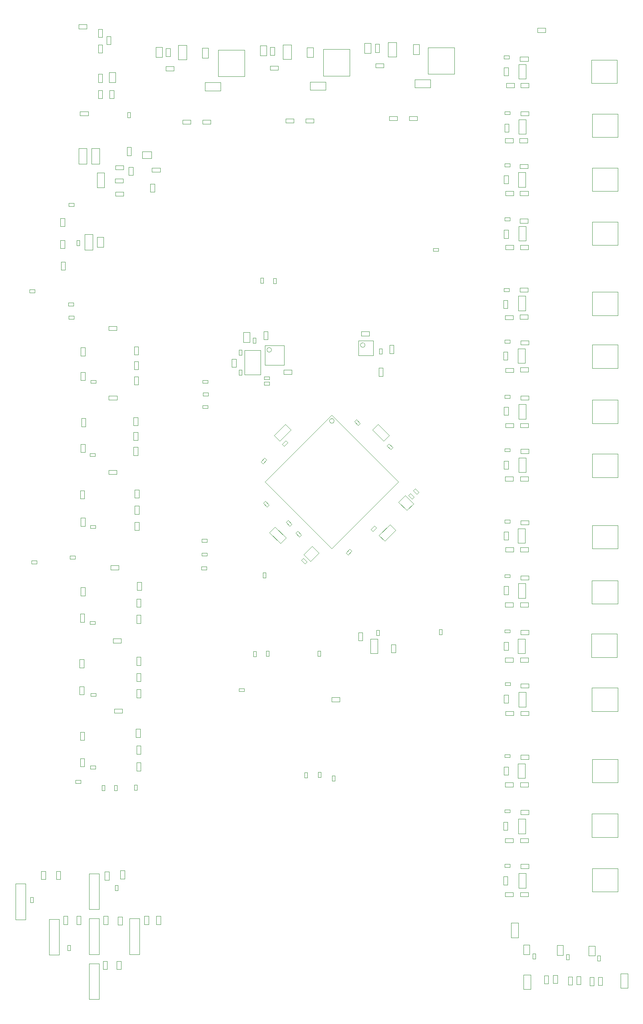
<source format=gbr>
%TF.GenerationSoftware,Altium Limited,Altium Designer,19.1.5 (86)*%
G04 Layer_Color=8388736*
%FSLAX26Y26*%
%MOIN*%
%TF.FileFunction,Other,Top_Assembly*%
%TF.Part,Single*%
G01*
G75*
%TA.AperFunction,NonConductor*%
%ADD98C,0.003937*%
D98*
X4109095Y6200591D02*
G03*
X4109095Y6200591I-19685J0D01*
G01*
X3329213Y6160433D02*
G03*
X3329213Y6160433I-19685J0D01*
G01*
X3851682Y5567912D02*
G03*
X3851682Y5567912I-19685J0D01*
G01*
X3402271Y4545403D02*
X3449597Y4592729D01*
X3310403Y4637271D02*
X3357729Y4684597D01*
X3310403Y4637271D02*
X3402271Y4545403D01*
X3357729Y4684597D02*
X3449597Y4592729D01*
X3350403Y5447729D02*
X3397729Y5400403D01*
X3442271Y5539597D02*
X3489597Y5492271D01*
X3350403Y5447729D02*
X3442271Y5539597D01*
X3397729Y5400403D02*
X3489597Y5492271D01*
X3241337Y5228040D02*
X3271960Y5258663D01*
X3258040Y5211337D02*
X3288663Y5241960D01*
X3241337Y5228040D02*
X3258040Y5211337D01*
X3271960Y5258663D02*
X3288663Y5241960D01*
X4038040Y5578663D02*
X4068663Y5548040D01*
X4021337Y5561960D02*
X4051960Y5531337D01*
X4021337Y5561960D02*
X4038040Y5578663D01*
X4051960Y5531337D02*
X4068663Y5548040D01*
X4225403Y4612729D02*
X4272729Y4565403D01*
X4317271Y4704597D02*
X4364597Y4657271D01*
X4225403Y4612729D02*
X4317271Y4704597D01*
X4272729Y4565403D02*
X4364597Y4657271D01*
X4387311Y4891706D02*
X4442989Y4947383D01*
X4456908Y4822109D02*
X4512586Y4877786D01*
X4442989Y4947383D02*
X4512586Y4877786D01*
X4387311Y4891706D02*
X4456908Y4822109D01*
X3653040Y4395971D02*
X3724029Y4466960D01*
X3595971Y4453040D02*
X3666960Y4524029D01*
X3724029Y4466960D01*
X3595971Y4453040D02*
X3653040Y4395971D01*
X3104055Y6156378D02*
X3235945D01*
X3104055Y5953622D02*
X3235945D01*
Y6156378D01*
X3104055Y5953622D02*
Y6156378D01*
X2619449Y8579961D02*
Y8700039D01*
X2550551Y8579961D02*
Y8700039D01*
Y8579961D02*
X2619449D01*
X2550551Y8700039D02*
X2619449D01*
X3494449Y8584961D02*
Y8705039D01*
X3425551Y8584961D02*
Y8705039D01*
Y8584961D02*
X3494449D01*
X3425551Y8705039D02*
X3494449D01*
X4369921Y8604961D02*
Y8725039D01*
X4301024Y8604961D02*
Y8725039D01*
Y8604961D02*
X4369921D01*
X4301024Y8725039D02*
X4369921D01*
X4053976Y6113976D02*
Y6236024D01*
X4176024Y6113976D02*
Y6236024D01*
X4053976D02*
X4176024D01*
X4053976Y6113976D02*
X4176024D01*
X3274095Y6034449D02*
Y6195866D01*
X3435512Y6034449D02*
Y6195866D01*
X3274095D02*
X3435512D01*
X3274095Y6034449D02*
X3435512D01*
X1276339Y1410394D02*
Y1709606D01*
X1193661Y1410394D02*
Y1709606D01*
X1276339D01*
X1193661Y1410394D02*
X1276339D01*
X2072717Y996535D02*
Y1063465D01*
X2037284Y996535D02*
Y1063465D01*
X2072717D01*
X2037284Y996535D02*
X2072717D01*
X2082717Y1366535D02*
Y1433465D01*
X2047284Y1366535D02*
Y1433465D01*
X2082717D01*
X2047284Y1366535D02*
X2082717D01*
X1737717Y1371535D02*
Y1438465D01*
X1702284Y1371535D02*
Y1438465D01*
X1737717D01*
X1702284Y1371535D02*
X1737717D01*
X2402717D02*
Y1438465D01*
X2367284Y1371535D02*
Y1438465D01*
X2402717D01*
X2367284Y1371535D02*
X2402717D01*
X2102717Y1751535D02*
Y1818465D01*
X2067284Y1751535D02*
Y1818465D01*
X2102717D01*
X2067284Y1751535D02*
X2102717D01*
X4222283Y5941535D02*
Y6008465D01*
X4257717Y5941535D02*
Y6008465D01*
X4222283Y5941535D02*
X4257717D01*
X4222283Y6008465D02*
X4257717D01*
X4362717Y3636535D02*
Y3703465D01*
X4327283Y3636535D02*
Y3703465D01*
X4362717D01*
X4327283Y3636535D02*
X4362717D01*
X4087717Y3736535D02*
Y3803465D01*
X4052284Y3736535D02*
Y3803465D01*
X4087717D01*
X4052284Y3736535D02*
X4087717D01*
X5546535Y8842717D02*
X5613465D01*
X5546535Y8807283D02*
X5613465D01*
X5546535D02*
Y8842717D01*
X5613465Y8807283D02*
Y8842717D01*
X2482717Y8606535D02*
Y8673465D01*
X2447284Y8606535D02*
Y8673465D01*
X2482717D01*
X2447284Y8606535D02*
X2482717D01*
X2364410Y8681890D02*
X2415591D01*
X2364410Y8599213D02*
X2415591D01*
Y8681890D01*
X2364410Y8599213D02*
Y8681890D01*
X3352717Y8616535D02*
Y8683465D01*
X3317284Y8616535D02*
Y8683465D01*
X3352717D01*
X3317284Y8616535D02*
X3352717D01*
X3234410Y8696339D02*
X3285591D01*
X3234410Y8613661D02*
X3285591D01*
Y8696339D01*
X3234410Y8613661D02*
Y8696339D01*
X2586535Y8042283D02*
X2653465D01*
X2586535Y8077717D02*
X2653465D01*
Y8042283D02*
Y8077717D01*
X2586535Y8042283D02*
Y8077717D01*
X3446535Y8052283D02*
X3513465D01*
X3446535Y8087717D02*
X3513465D01*
Y8052283D02*
Y8087717D01*
X3446535Y8052283D02*
Y8087717D01*
X4227717Y8641535D02*
Y8708465D01*
X4192283Y8641535D02*
Y8708465D01*
X4227717D01*
X4192283Y8641535D02*
X4227717D01*
X4104409Y8716339D02*
X4155591D01*
X4104409Y8633661D02*
X4155591D01*
Y8716339D01*
X4104409Y8633661D02*
Y8716339D01*
X4311535Y8072283D02*
X4378465D01*
X4311535Y8107717D02*
X4378465D01*
Y8072283D02*
Y8107717D01*
X4311535Y8072283D02*
Y8107717D01*
X2172717Y7616535D02*
Y7683465D01*
X2137284Y7616535D02*
Y7683465D01*
X2172717D01*
X2137284Y7616535D02*
X2172717D01*
X2026535Y7662283D02*
X2093465D01*
X2026535Y7697717D02*
X2093465D01*
Y7662283D02*
Y7697717D01*
X2026535Y7662283D02*
Y7697717D01*
X2157717Y7781535D02*
Y7848465D01*
X2122284Y7781535D02*
Y7848465D01*
X2157717D01*
X2122284Y7781535D02*
X2157717D01*
X2352717Y7476535D02*
Y7543465D01*
X2317284Y7476535D02*
Y7543465D01*
X2352717D01*
X2317284Y7476535D02*
X2352717D01*
X2332047Y7677717D02*
X2398976D01*
X2332047Y7642283D02*
X2398976D01*
X2332047D02*
Y7677717D01*
X2398976Y7642283D02*
Y7677717D01*
X4312283Y6131535D02*
Y6198465D01*
X4347717Y6131535D02*
Y6198465D01*
X4312283Y6131535D02*
X4347717D01*
X4312283Y6198465D02*
X4347717D01*
X4076535Y6277283D02*
X4143465D01*
X4076535Y6312717D02*
X4143465D01*
Y6277283D02*
Y6312717D01*
X4076535Y6277283D02*
Y6312717D01*
X6017717Y861535D02*
Y928465D01*
X5982283Y861535D02*
Y928465D01*
X6017717D01*
X5982283Y861535D02*
X6017717D01*
X5837717Y866535D02*
Y933465D01*
X5802283Y866535D02*
Y933465D01*
X5837717D01*
X5802283Y866535D02*
X5837717D01*
X5637717Y876535D02*
Y943465D01*
X5602283Y876535D02*
Y943465D01*
X5637717D01*
X5602283Y876535D02*
X5637717D01*
X5974409Y1191339D02*
X6025591D01*
X5974409Y1108661D02*
X6025591D01*
Y1191339D01*
X5974409Y1108661D02*
Y1191339D01*
X5709409Y1196339D02*
X5760591D01*
X5709409Y1113661D02*
X5760591D01*
Y1196339D01*
X5709409Y1113661D02*
Y1196339D01*
X5429409Y1201339D02*
X5480591D01*
X5429409Y1118661D02*
X5480591D01*
Y1201339D01*
X5429409Y1118661D02*
Y1201339D01*
X1957717Y996535D02*
Y1063465D01*
X1922284Y996535D02*
Y1063465D01*
X1957717D01*
X1922284Y996535D02*
X1957717D01*
X3831535Y3262717D02*
X3898465D01*
X3831535Y3227284D02*
X3898465D01*
X3831535D02*
Y3262717D01*
X3898465Y3227284D02*
Y3262717D01*
X1962717Y1371535D02*
Y1438465D01*
X1927284Y1371535D02*
Y1438465D01*
X1962717D01*
X1927284Y1371535D02*
X1962717D01*
X1627717D02*
Y1438465D01*
X1592284Y1371535D02*
Y1438465D01*
X1627717D01*
X1592284Y1371535D02*
X1627717D01*
X2302717D02*
Y1438465D01*
X2267284Y1371535D02*
Y1438465D01*
X2302717D01*
X2267284Y1371535D02*
X2302717D01*
X1972717Y1741535D02*
Y1808465D01*
X1937284Y1741535D02*
Y1808465D01*
X1972717D01*
X1937284Y1741535D02*
X1972717D01*
X1607717Y6826024D02*
Y6892953D01*
X1572284Y6826024D02*
Y6892953D01*
X1607717D01*
X1572284Y6826024D02*
X1607717D01*
X1567283Y7191024D02*
Y7257953D01*
X1602716Y7191024D02*
Y7257953D01*
X1567283Y7191024D02*
X1602716D01*
X1567283Y7257953D02*
X1602716D01*
X1567283Y7006535D02*
Y7073465D01*
X1602716Y7006535D02*
Y7073465D01*
X1567283Y7006535D02*
X1602716D01*
X1567283Y7073465D02*
X1602716D01*
X1767717Y2686024D02*
Y2752953D01*
X1732284Y2686024D02*
Y2752953D01*
X1767717D01*
X1732284Y2686024D02*
X1767717D01*
X1762717Y3286535D02*
Y3353465D01*
X1727284Y3286535D02*
Y3353465D01*
X1762717D01*
X1727284Y3286535D02*
X1762717D01*
X2232717Y2931535D02*
Y2998465D01*
X2197284Y2931535D02*
Y2998465D01*
X2232717D01*
X2197284Y2931535D02*
X2232717D01*
X2237717Y2651535D02*
Y2718465D01*
X2202284Y2651535D02*
Y2718465D01*
X2237717D01*
X2202284Y2651535D02*
X2237717D01*
Y2791535D02*
Y2858465D01*
X2202284Y2791535D02*
Y2858465D01*
X2237717D01*
X2202284Y2791535D02*
X2237717D01*
X1767717Y2906535D02*
Y2973465D01*
X1732284Y2906535D02*
Y2973465D01*
X1767717D01*
X1732284Y2906535D02*
X1767717D01*
X2237717Y3531535D02*
Y3598465D01*
X2202284Y3531535D02*
Y3598465D01*
X2237717D01*
X2202284Y3531535D02*
X2237717D01*
Y3261535D02*
Y3328465D01*
X2202284Y3261535D02*
Y3328465D01*
X2237717D01*
X2202284Y3261535D02*
X2237717D01*
Y3396535D02*
Y3463465D01*
X2202284Y3396535D02*
Y3463465D01*
X2237717D01*
X2202284Y3396535D02*
X2237717D01*
X1762717Y3511535D02*
Y3578465D01*
X1727284Y3511535D02*
Y3578465D01*
X1762717D01*
X1727284Y3511535D02*
X1762717D01*
X2016535Y3132283D02*
X2083465D01*
X2016535Y3167716D02*
X2083465D01*
Y3132283D02*
Y3167716D01*
X2016535Y3132283D02*
Y3167716D01*
X2007047Y3717283D02*
X2073976D01*
X2007047Y3752716D02*
X2073976D01*
Y3717283D02*
Y3752716D01*
X2007047Y3717283D02*
Y3752716D01*
X1767717Y3891535D02*
Y3958465D01*
X1732284Y3891535D02*
Y3958465D01*
X1767717D01*
X1732284Y3891535D02*
X1767717D01*
X1772717Y4691535D02*
Y4758465D01*
X1737284Y4691535D02*
Y4758465D01*
X1772717D01*
X1737284Y4691535D02*
X1772717D01*
X2242717Y4156535D02*
Y4223465D01*
X2207284Y4156535D02*
Y4223465D01*
X2242717D01*
X2207284Y4156535D02*
X2242717D01*
X2237717Y3881535D02*
Y3948465D01*
X2202284Y3881535D02*
Y3948465D01*
X2237717D01*
X2202284Y3881535D02*
X2237717D01*
Y4016535D02*
Y4083465D01*
X2202284Y4016535D02*
Y4083465D01*
X2237717D01*
X2202284Y4016535D02*
X2237717D01*
X1772717Y4111535D02*
Y4178465D01*
X1737284Y4111535D02*
Y4178465D01*
X1772717D01*
X1737284Y4111535D02*
X1772717D01*
X2222717Y4926535D02*
Y4993465D01*
X2187284Y4926535D02*
Y4993465D01*
X2222717D01*
X2187284Y4926535D02*
X2222717D01*
Y4656535D02*
Y4723465D01*
X2187284Y4656535D02*
Y4723465D01*
X2222717D01*
X2187284Y4656535D02*
X2222717D01*
Y4791535D02*
Y4858465D01*
X2187284Y4791535D02*
Y4858465D01*
X2222717D01*
X2187284Y4791535D02*
X2222717D01*
X1767717Y4921024D02*
Y4987953D01*
X1732284Y4921024D02*
Y4987953D01*
X1767717D01*
X1732284Y4921024D02*
X1767717D01*
X1986024Y4327283D02*
X2052953D01*
X1986024Y4362717D02*
X2052953D01*
Y4327283D02*
Y4362717D01*
X1986024Y4327283D02*
Y4362717D01*
X1971535Y5122283D02*
X2038465D01*
X1971535Y5157717D02*
X2038465D01*
Y5122283D02*
Y5157717D01*
X1971535Y5122283D02*
Y5157717D01*
X1772717Y5306024D02*
Y5372953D01*
X1737284Y5306024D02*
Y5372953D01*
X1772717D01*
X1737284Y5306024D02*
X1772717D01*
Y5906024D02*
Y5972953D01*
X1737284Y5906024D02*
Y5972953D01*
X1772717D01*
X1737284Y5906024D02*
X1772717D01*
X2212717Y5531024D02*
Y5597953D01*
X2177284Y5531024D02*
Y5597953D01*
X2212717D01*
X2177284Y5531024D02*
X2212717D01*
Y5281535D02*
Y5348465D01*
X2177284Y5281535D02*
Y5348465D01*
X2212717D01*
X2177284Y5281535D02*
X2212717D01*
Y5406535D02*
Y5473465D01*
X2177284Y5406535D02*
Y5473465D01*
X2212717D01*
X2177284Y5406535D02*
X2212717D01*
X1777717Y5521535D02*
Y5588465D01*
X1742284Y5521535D02*
Y5588465D01*
X1777717D01*
X1742284Y5521535D02*
X1777717D01*
X2217717Y6121024D02*
Y6187953D01*
X2182284Y6121024D02*
Y6187953D01*
X2217717D01*
X2182284Y6121024D02*
X2217717D01*
Y5871024D02*
Y5937953D01*
X2182284Y5871024D02*
Y5937953D01*
X2217717D01*
X2182284Y5871024D02*
X2217717D01*
Y5996535D02*
Y6063465D01*
X2182284Y5996535D02*
Y6063465D01*
X2217717D01*
X2182284Y5996535D02*
X2217717D01*
X1772717Y6111535D02*
Y6178465D01*
X1737284Y6111535D02*
Y6178465D01*
X1772717D01*
X1737284Y6111535D02*
X1772717D01*
X1972047Y5742283D02*
X2038976D01*
X1972047Y5777717D02*
X2038976D01*
Y5742283D02*
Y5777717D01*
X1972047Y5742283D02*
Y5777717D01*
X1971535Y6322283D02*
X2038465D01*
X1971535Y6357717D02*
X2038465D01*
Y6322283D02*
Y6357717D01*
X1971535Y6322283D02*
Y6357717D01*
X1917717Y8637047D02*
Y8703976D01*
X1882284Y8637047D02*
Y8703976D01*
X1917717D01*
X1882284Y8637047D02*
X1917717D01*
Y8256535D02*
Y8323465D01*
X1882284Y8256535D02*
Y8323465D01*
X1917717D01*
X1882284Y8256535D02*
X1917717D01*
X1721535Y8872717D02*
X1788465D01*
X1721535Y8837283D02*
X1788465D01*
X1721535D02*
Y8872717D01*
X1788465Y8837283D02*
Y8872717D01*
X1732047Y8147717D02*
X1798976D01*
X1732047Y8112283D02*
X1798976D01*
X1732047D02*
Y8147717D01*
X1798976Y8112283D02*
Y8147717D01*
X1917717Y8767047D02*
Y8833976D01*
X1882284Y8767047D02*
Y8833976D01*
X1917717D01*
X1882284Y8767047D02*
X1917717D01*
Y8391535D02*
Y8458465D01*
X1882284Y8391535D02*
Y8458465D01*
X1917717D01*
X1882284Y8391535D02*
X1917717D01*
X1407283Y1746535D02*
Y1813465D01*
X1442716Y1746535D02*
Y1813465D01*
X1407283Y1746535D02*
X1442716D01*
X1407283Y1813465D02*
X1442716D01*
X1567717Y1746535D02*
Y1813465D01*
X1532284Y1746535D02*
Y1813465D01*
X1567717D01*
X1532284Y1746535D02*
X1567717D01*
X3431535Y5957283D02*
X3498465D01*
X3431535Y5992717D02*
X3498465D01*
Y5957283D02*
Y5992717D01*
X3431535Y5957283D02*
Y5992717D01*
X2997283Y6016535D02*
Y6083465D01*
X3032716Y6016535D02*
Y6083465D01*
X2997283Y6016535D02*
X3032716D01*
X2997283Y6083465D02*
X3032716D01*
X3262283Y6246535D02*
Y6313465D01*
X3297716Y6246535D02*
Y6313465D01*
X3262283Y6246535D02*
X3297716D01*
X3262283Y6313465D02*
X3297716D01*
X5297717Y1701535D02*
Y1768465D01*
X5262283Y1701535D02*
Y1768465D01*
X5297717D01*
X5262283Y1701535D02*
X5297717D01*
Y2156535D02*
Y2223465D01*
X5262283Y2156535D02*
Y2223465D01*
X5297717D01*
X5262283Y2156535D02*
X5297717D01*
X5276535Y1602283D02*
X5343465D01*
X5276535Y1637716D02*
X5343465D01*
Y1602283D02*
Y1637716D01*
X5276535Y1602283D02*
Y1637716D01*
X5277047Y2052283D02*
X5343976D01*
X5277047Y2087716D02*
X5343976D01*
Y2052283D02*
Y2087716D01*
X5277047Y2052283D02*
Y2087716D01*
X5406535Y1837283D02*
X5473465D01*
X5406535Y1872716D02*
X5473465D01*
Y1837283D02*
Y1872716D01*
X5406535Y1837283D02*
Y1872716D01*
Y2287283D02*
X5473465D01*
X5406535Y2322716D02*
X5473465D01*
Y2287283D02*
Y2322716D01*
X5406535Y2287283D02*
Y2322716D01*
X5302717Y2616535D02*
Y2683465D01*
X5267283Y2616535D02*
Y2683465D01*
X5302717D01*
X5267283Y2616535D02*
X5302717D01*
Y3216535D02*
Y3283465D01*
X5267283Y3216535D02*
Y3283465D01*
X5302717D01*
X5267283Y3216535D02*
X5302717D01*
X5276535Y2517283D02*
X5343465D01*
X5276535Y2552716D02*
X5343465D01*
Y2517283D02*
Y2552716D01*
X5276535Y2517283D02*
Y2552716D01*
X5281535Y3112283D02*
X5348465D01*
X5281535Y3147716D02*
X5348465D01*
Y3112283D02*
Y3147716D01*
X5281535Y3112283D02*
Y3147716D01*
X5406535Y2747283D02*
X5473465D01*
X5406535Y2782716D02*
X5473465D01*
Y2747283D02*
Y2782716D01*
X5406535Y2747283D02*
Y2782716D01*
Y3342283D02*
X5473465D01*
X5406535Y3377716D02*
X5473465D01*
Y3342283D02*
Y3377716D01*
X5406535Y3342283D02*
Y3377716D01*
X5302717Y3656535D02*
Y3723465D01*
X5267283Y3656535D02*
Y3723465D01*
X5302717D01*
X5267283Y3656535D02*
X5302717D01*
Y4121535D02*
Y4188465D01*
X5267283Y4121535D02*
Y4188465D01*
X5302717D01*
X5267283Y4121535D02*
X5302717D01*
X5276535Y3557283D02*
X5343465D01*
X5276535Y3592716D02*
X5343465D01*
Y3557283D02*
Y3592716D01*
X5276535Y3557283D02*
Y3592716D01*
Y4017283D02*
X5343465D01*
X5276535Y4052716D02*
X5343465D01*
Y4017283D02*
Y4052716D01*
X5276535Y4017283D02*
Y4052716D01*
X5406535Y3787283D02*
X5473465D01*
X5406535Y3822716D02*
X5473465D01*
Y3787283D02*
Y3822716D01*
X5406535Y3787283D02*
Y3822716D01*
Y4242283D02*
X5473465D01*
X5406535Y4277717D02*
X5473465D01*
Y4242283D02*
Y4277717D01*
X5406535Y4242283D02*
Y4277717D01*
X5302717Y4576535D02*
Y4643465D01*
X5267283Y4576535D02*
Y4643465D01*
X5302717D01*
X5267283Y4576535D02*
X5302717D01*
Y5166535D02*
Y5233465D01*
X5267283Y5166535D02*
Y5233465D01*
X5302717D01*
X5267283Y5166535D02*
X5302717D01*
X5281535Y4477283D02*
X5348465D01*
X5281535Y4512717D02*
X5348465D01*
Y4477283D02*
Y4512717D01*
X5281535Y4477283D02*
Y4512717D01*
X5276535Y5067283D02*
X5343465D01*
X5276535Y5102717D02*
X5343465D01*
Y5067283D02*
Y5102717D01*
X5276535Y5067283D02*
Y5102717D01*
X5406535Y4702283D02*
X5473465D01*
X5406535Y4737717D02*
X5473465D01*
Y4702283D02*
Y4737717D01*
X5406535Y4702283D02*
Y4737717D01*
Y5297283D02*
X5473465D01*
X5406535Y5332717D02*
X5473465D01*
Y5297283D02*
Y5332717D01*
X5406535Y5297283D02*
Y5332717D01*
X5302717Y5616535D02*
Y5683465D01*
X5267283Y5616535D02*
Y5683465D01*
X5302717D01*
X5267283Y5616535D02*
X5302717D01*
X5281535Y5512283D02*
X5348465D01*
X5281535Y5547717D02*
X5348465D01*
Y5512283D02*
Y5547717D01*
X5281535Y5512283D02*
Y5547717D01*
X5406535Y5742283D02*
X5473465D01*
X5406535Y5777717D02*
X5473465D01*
Y5742283D02*
Y5777717D01*
X5406535Y5742283D02*
Y5777717D01*
X5297717Y6506535D02*
Y6573465D01*
X5262283Y6506535D02*
Y6573465D01*
X5297717D01*
X5262283Y6506535D02*
X5297717D01*
Y6076535D02*
Y6143465D01*
X5262283Y6076535D02*
Y6143465D01*
X5297717D01*
X5262283Y6076535D02*
X5297717D01*
X5281535Y5972283D02*
X5348465D01*
X5281535Y6007717D02*
X5348465D01*
Y5972283D02*
Y6007717D01*
X5281535Y5972283D02*
Y6007717D01*
X5277047Y6412283D02*
X5343976D01*
X5277047Y6447717D02*
X5343976D01*
Y6412283D02*
Y6447717D01*
X5277047Y6412283D02*
Y6447717D01*
X5406535Y6202283D02*
X5473465D01*
X5406535Y6237717D02*
X5473465D01*
Y6202283D02*
Y6237717D01*
X5406535Y6202283D02*
Y6237717D01*
X5401535Y6642283D02*
X5468465D01*
X5401535Y6677717D02*
X5468465D01*
Y6642283D02*
Y6677717D01*
X5401535Y6642283D02*
Y6677717D01*
X5302717Y7546535D02*
Y7613465D01*
X5267283Y7546535D02*
Y7613465D01*
X5302717D01*
X5267283Y7546535D02*
X5302717D01*
Y7091535D02*
Y7158465D01*
X5267283Y7091535D02*
Y7158465D01*
X5302717D01*
X5267283Y7091535D02*
X5302717D01*
X5281535Y6997283D02*
X5348465D01*
X5281535Y7032717D02*
X5348465D01*
Y6997283D02*
Y7032717D01*
X5281535Y6997283D02*
Y7032717D01*
Y7447283D02*
X5348465D01*
X5281535Y7482717D02*
X5348465D01*
Y7447283D02*
Y7482717D01*
X5281535Y7447283D02*
Y7482717D01*
X5401535Y7217283D02*
X5468465D01*
X5401535Y7252717D02*
X5468465D01*
Y7217283D02*
Y7252717D01*
X5401535Y7217283D02*
Y7252717D01*
Y7672283D02*
X5468465D01*
X5401535Y7707717D02*
X5468465D01*
Y7672283D02*
Y7707717D01*
X5401535Y7672283D02*
Y7707717D01*
X5307717Y7976535D02*
Y8043465D01*
X5272283Y7976535D02*
Y8043465D01*
X5307717D01*
X5272283Y7976535D02*
X5307717D01*
X5302717Y8446535D02*
Y8513465D01*
X5267283Y8446535D02*
Y8513465D01*
X5302717D01*
X5267283Y8446535D02*
X5302717D01*
X5277047Y7887283D02*
X5343976D01*
X5277047Y7922717D02*
X5343976D01*
Y7887283D02*
Y7922717D01*
X5277047Y7887283D02*
Y7922717D01*
X5286535Y8347283D02*
X5353465D01*
X5286535Y8382717D02*
X5353465D01*
Y8347283D02*
Y8382717D01*
X5286535Y8347283D02*
Y8382717D01*
X5406535Y8112283D02*
X5473465D01*
X5406535Y8147717D02*
X5473465D01*
Y8112283D02*
Y8147717D01*
X5406535Y8112283D02*
Y8147717D01*
X5402047Y8567283D02*
X5468976D01*
X5402047Y8602717D02*
X5468976D01*
Y8567283D02*
Y8602717D01*
X5402047Y8567283D02*
Y8602717D01*
X5390472Y1673583D02*
X5449528D01*
X5390472Y1796417D02*
X5449528D01*
Y1673583D02*
Y1796417D01*
X5390472Y1673583D02*
Y1796417D01*
X5388779Y2126181D02*
X5447835D01*
X5388779Y2249016D02*
X5447835D01*
Y2126181D02*
Y2249016D01*
X5388779Y2126181D02*
Y2249016D01*
X5385472Y2588583D02*
X5444528D01*
X5385472Y2711417D02*
X5444528D01*
Y2588583D02*
Y2711417D01*
X5385472Y2588583D02*
Y2711417D01*
X5390472Y3183583D02*
X5449528D01*
X5390472Y3306417D02*
X5449528D01*
Y3183583D02*
Y3306417D01*
X5390472Y3183583D02*
Y3306417D01*
X5385472Y3628583D02*
X5444528D01*
X5385472Y3751417D02*
X5444528D01*
Y3628583D02*
Y3751417D01*
X5385472Y3628583D02*
Y3751417D01*
X5388779Y4090984D02*
X5447835D01*
X5388779Y4213819D02*
X5447835D01*
Y4090984D02*
Y4213819D01*
X5388779Y4090984D02*
Y4213819D01*
X5385472Y4548583D02*
X5444528D01*
X5385472Y4671417D02*
X5444528D01*
Y4548583D02*
Y4671417D01*
X5385472Y4548583D02*
Y4671417D01*
X5390472Y5138583D02*
X5449528D01*
X5390472Y5261417D02*
X5449528D01*
Y5138583D02*
Y5261417D01*
X5390472Y5138583D02*
Y5261417D01*
Y5583583D02*
X5449528D01*
X5390472Y5706417D02*
X5449528D01*
Y5583583D02*
Y5706417D01*
X5390472Y5583583D02*
Y5706417D01*
X5385472Y6048583D02*
X5444528D01*
X5385472Y6171417D02*
X5444528D01*
Y6048583D02*
Y6171417D01*
X5385472Y6048583D02*
Y6171417D01*
X5388779Y6485984D02*
X5447835D01*
X5388779Y6608819D02*
X5447835D01*
Y6485984D02*
Y6608819D01*
X5388779Y6485984D02*
Y6608819D01*
X5390472Y7068583D02*
X5449528D01*
X5390472Y7191417D02*
X5449528D01*
Y7068583D02*
Y7191417D01*
X5390472Y7068583D02*
Y7191417D01*
X5388779Y7515984D02*
X5447835D01*
X5388779Y7638819D02*
X5447835D01*
Y7515984D02*
Y7638819D01*
X5388779Y7515984D02*
Y7638819D01*
X5390472Y7958583D02*
X5449528D01*
X5390472Y8081417D02*
X5449528D01*
Y7958583D02*
Y8081417D01*
X5390472Y7958583D02*
Y8081417D01*
Y8418583D02*
X5449528D01*
X5390472Y8541417D02*
X5449528D01*
Y8418583D02*
Y8541417D01*
X5390472Y8418583D02*
Y8541417D01*
X1875472Y7513583D02*
X1934527D01*
X1875472Y7636417D02*
X1934527D01*
Y7513583D02*
Y7636417D01*
X1875472Y7513583D02*
Y7636417D01*
X6240472Y838583D02*
X6299528D01*
X6240472Y961417D02*
X6299528D01*
Y838583D02*
Y961417D01*
X6240472Y838583D02*
Y961417D01*
X5430472Y828583D02*
X5489528D01*
X5430472Y951417D02*
X5489528D01*
Y828583D02*
Y951417D01*
X5430472Y828583D02*
Y951417D01*
X5328779Y1261181D02*
X5387835D01*
X5328779Y1384016D02*
X5387835D01*
Y1261181D02*
Y1384016D01*
X5328779Y1261181D02*
Y1384016D01*
X4155472Y3628583D02*
X4214528D01*
X4155472Y3751417D02*
X4214528D01*
Y3628583D02*
Y3751417D01*
X4155472Y3628583D02*
Y3751417D01*
X2753504Y8042283D02*
X2820433D01*
X2753504Y8077717D02*
X2820433D01*
Y8042283D02*
Y8077717D01*
X2753504Y8042283D02*
Y8077717D01*
X3613504Y8052283D02*
X3680433D01*
X3613504Y8087717D02*
X3680433D01*
Y8052283D02*
Y8087717D01*
X3613504Y8052283D02*
Y8087717D01*
X4478504Y8072283D02*
X4545433D01*
X4478504Y8107717D02*
X4545433D01*
Y8072283D02*
Y8107717D01*
X4478504Y8072283D02*
Y8107717D01*
X2024567Y7587717D02*
X2091496D01*
X2024567Y7552283D02*
X2091496D01*
X2024567D02*
Y7587717D01*
X2091496Y7552283D02*
Y7587717D01*
X2026024Y7477717D02*
X2092953D01*
X2026024Y7442283D02*
X2092953D01*
X2026024D02*
Y7477717D01*
X2092953Y7442283D02*
Y7477717D01*
X5403504Y1602283D02*
X5470433D01*
X5403504Y1637716D02*
X5470433D01*
Y1602283D02*
Y1637716D01*
X5403504Y1602283D02*
Y1637716D01*
Y2052283D02*
X5470433D01*
X5403504Y2087716D02*
X5470433D01*
Y2052283D02*
Y2087716D01*
X5403504Y2052283D02*
Y2087716D01*
Y2517283D02*
X5470433D01*
X5403504Y2552716D02*
X5470433D01*
Y2517283D02*
Y2552716D01*
X5403504Y2517283D02*
Y2552716D01*
X5407047Y3112283D02*
X5473976D01*
X5407047Y3147716D02*
X5473976D01*
Y3112283D02*
Y3147716D01*
X5407047Y3112283D02*
Y3147716D01*
X5403504Y3557283D02*
X5470433D01*
X5403504Y3592716D02*
X5470433D01*
Y3557283D02*
Y3592716D01*
X5403504Y3557283D02*
Y3592716D01*
Y4017283D02*
X5470433D01*
X5403504Y4052716D02*
X5470433D01*
Y4017283D02*
Y4052716D01*
X5403504Y4017283D02*
Y4052716D01*
Y4477283D02*
X5470433D01*
X5403504Y4512717D02*
X5470433D01*
Y4477283D02*
Y4512717D01*
X5403504Y4477283D02*
Y4512717D01*
Y5067283D02*
X5470433D01*
X5403504Y5102717D02*
X5470433D01*
Y5067283D02*
Y5102717D01*
X5403504Y5067283D02*
Y5102717D01*
Y5512283D02*
X5470433D01*
X5403504Y5547717D02*
X5470433D01*
Y5512283D02*
Y5547717D01*
X5403504Y5512283D02*
Y5547717D01*
Y5977283D02*
X5470433D01*
X5403504Y6012717D02*
X5470433D01*
Y5977283D02*
Y6012717D01*
X5403504Y5977283D02*
Y6012717D01*
X5401024Y6417283D02*
X5467953D01*
X5401024Y6452717D02*
X5467953D01*
Y6417283D02*
Y6452717D01*
X5401024Y6417283D02*
Y6452717D01*
X5403504Y6997283D02*
X5470433D01*
X5403504Y7032717D02*
X5470433D01*
Y6997283D02*
Y7032717D01*
X5403504Y6997283D02*
Y7032717D01*
X5402047Y7447283D02*
X5468976D01*
X5402047Y7482717D02*
X5468976D01*
Y7447283D02*
Y7482717D01*
X5402047Y7447283D02*
Y7482717D01*
X5398504Y7887283D02*
X5465433D01*
X5398504Y7922717D02*
X5465433D01*
Y7887283D02*
Y7922717D01*
X5398504Y7887283D02*
Y7922717D01*
X5408504Y8347283D02*
X5475433D01*
X5408504Y8382717D02*
X5475433D01*
Y8347283D02*
Y8382717D01*
X5408504Y8347283D02*
Y8382717D01*
X6087717Y863504D02*
Y930433D01*
X6052283Y863504D02*
Y930433D01*
X6087717D01*
X6052283Y863504D02*
X6087717D01*
X5907717Y868504D02*
Y935433D01*
X5872283Y868504D02*
Y935433D01*
X5907717D01*
X5872283Y868504D02*
X5907717D01*
X5712717Y878504D02*
Y945433D01*
X5677283Y878504D02*
Y945433D01*
X5712717D01*
X5677283Y878504D02*
X5712717D01*
X2884764Y8660236D02*
X3105236D01*
X2884764Y8439764D02*
X3105236D01*
Y8660236D01*
X2884764Y8439764D02*
Y8660236D01*
X3759764Y8665236D02*
X3980236D01*
X3759764Y8444764D02*
X3980236D01*
Y8665236D01*
X3759764Y8444764D02*
Y8665236D01*
X4634764Y8680236D02*
X4855236D01*
X4634764Y8459764D02*
X4855236D01*
Y8680236D01*
X4634764Y8459764D02*
Y8680236D01*
X1874409Y7100787D02*
X1925591D01*
X1874409Y7018110D02*
X1925591D01*
Y7100787D01*
X1874409Y7018110D02*
Y7100787D01*
X1974409Y8389213D02*
X2025591D01*
X1974409Y8471890D02*
X2025591D01*
X1974409Y8389213D02*
Y8471890D01*
X2025591Y8389213D02*
Y8471890D01*
X3094409Y6223661D02*
X3145590D01*
X3094409Y6306339D02*
X3145590D01*
X3094409Y6223661D02*
Y6306339D01*
X3145590Y6223661D02*
Y6306339D01*
X6002913Y1642953D02*
X6217087D01*
X6002913Y1837047D02*
X6217087D01*
Y1642953D02*
Y1837047D01*
X6002913Y1642953D02*
Y1837047D01*
X6001457Y2097953D02*
X6215630D01*
X6001457Y2292047D02*
X6215630D01*
Y2097953D02*
Y2292047D01*
X6001457Y2097953D02*
Y2292047D01*
X6002913Y2552953D02*
X6217087D01*
X6002913Y2747047D02*
X6217087D01*
Y2552953D02*
Y2747047D01*
X6002913Y2552953D02*
Y2747047D01*
X6001457Y3147953D02*
X6215630D01*
X6001457Y3342047D02*
X6215630D01*
Y3147953D02*
Y3342047D01*
X6001457Y3147953D02*
Y3342047D01*
X5997913Y3597953D02*
X6212087D01*
X5997913Y3792047D02*
X6212087D01*
Y3597953D02*
Y3792047D01*
X5997913Y3597953D02*
Y3792047D01*
X6001457Y4042953D02*
X6215630D01*
X6001457Y4237047D02*
X6215630D01*
Y4042953D02*
Y4237047D01*
X6001457Y4042953D02*
Y4237047D01*
X6002913Y4502953D02*
X6217087D01*
X6002913Y4697047D02*
X6217087D01*
Y4502953D02*
Y4697047D01*
X6002913Y4502953D02*
Y4697047D01*
Y5097953D02*
X6217087D01*
X6002913Y5292047D02*
X6217087D01*
Y5097953D02*
Y5292047D01*
X6002913Y5097953D02*
Y5292047D01*
Y5547953D02*
X6217087D01*
X6002913Y5742047D02*
X6217087D01*
Y5547953D02*
Y5742047D01*
X6002913Y5547953D02*
Y5742047D01*
Y6007953D02*
X6217087D01*
X6002913Y6202047D02*
X6217087D01*
Y6007953D02*
Y6202047D01*
X6002913Y6007953D02*
Y6202047D01*
Y6447953D02*
X6217087D01*
X6002913Y6642047D02*
X6217087D01*
Y6447953D02*
Y6642047D01*
X6002913Y6447953D02*
Y6642047D01*
Y7032953D02*
X6217087D01*
X6002913Y7227047D02*
X6217087D01*
Y7032953D02*
Y7227047D01*
X6002913Y7032953D02*
Y7227047D01*
Y7482953D02*
X6217087D01*
X6002913Y7677047D02*
X6217087D01*
Y7482953D02*
Y7677047D01*
X6002913Y7482953D02*
Y7677047D01*
Y7932953D02*
X6217087D01*
X6002913Y8127047D02*
X6217087D01*
Y7932953D02*
Y8127047D01*
X6002913Y7932953D02*
Y8127047D01*
X5997913Y8382953D02*
X6212087D01*
X5997913Y8577047D02*
X6212087D01*
Y8382953D02*
Y8577047D01*
X5997913Y8382953D02*
Y8577047D01*
X2326142Y7755472D02*
Y7814528D01*
X2249370Y7755472D02*
Y7814528D01*
Y7755472D02*
X2326142D01*
X2249370Y7814528D02*
X2326142D01*
X1913189Y2488346D02*
Y2531653D01*
X1936811Y2488346D02*
Y2531653D01*
X1913189Y2488346D02*
X1936811D01*
X1913189Y2531653D02*
X1936811D01*
X3343189Y6713346D02*
Y6756654D01*
X3366811Y6713346D02*
Y6756654D01*
X3343189Y6713346D02*
X3366811D01*
X3343189Y6756654D02*
X3366811D01*
X3201811Y3603347D02*
Y3646654D01*
X3178189Y3603347D02*
Y3646654D01*
X3201811D01*
X3178189Y3603347D02*
X3201811D01*
X4678346Y6983189D02*
X4721654D01*
X4678346Y7006811D02*
X4721654D01*
Y6983189D02*
Y7006811D01*
X4678346Y6983189D02*
Y7006811D01*
X3736811Y3608347D02*
Y3651654D01*
X3713189Y3608347D02*
Y3651654D01*
X3736811D01*
X3713189Y3608347D02*
X3736811D01*
X2758347Y5778189D02*
X2801654D01*
X2758347Y5801811D02*
X2801654D01*
Y5778189D02*
Y5801811D01*
X2758347Y5778189D02*
Y5801811D01*
X2748347Y4443189D02*
X2791654D01*
X2748347Y4466811D02*
X2791654D01*
Y4443189D02*
Y4466811D01*
X2748347Y4443189D02*
Y4466811D01*
X3833189Y2568346D02*
Y2611653D01*
X3856811Y2568346D02*
Y2611653D01*
X3833189Y2568346D02*
X3856811D01*
X3833189Y2611653D02*
X3856811D01*
X3238189Y6716457D02*
Y6759764D01*
X3261811Y6716457D02*
Y6759764D01*
X3238189Y6716457D02*
X3261811D01*
X3238189Y6759764D02*
X3261811D01*
X2755236Y5673189D02*
X2798543D01*
X2755236Y5696811D02*
X2798543D01*
Y5673189D02*
Y5696811D01*
X2755236Y5673189D02*
Y5696811D01*
X3306811Y3605236D02*
Y3648543D01*
X3283189Y3605236D02*
Y3648543D01*
X3306811D01*
X3283189Y3605236D02*
X3306811D01*
X2748347Y4558189D02*
X2791654D01*
X2748347Y4581811D02*
X2791654D01*
Y4558189D02*
Y4581811D01*
X2748347Y4558189D02*
Y4581811D01*
X3718189Y2596457D02*
Y2639764D01*
X3741811Y2596457D02*
Y2639764D01*
X3718189Y2596457D02*
X3741811D01*
X3718189Y2639764D02*
X3741811D01*
X2018189Y2488346D02*
Y2531653D01*
X2041811Y2488346D02*
Y2531653D01*
X2018189Y2488346D02*
X2041811D01*
X2018189Y2531653D02*
X2041811D01*
X1638347Y6418189D02*
X1681654D01*
X1638347Y6441811D02*
X1681654D01*
Y6418189D02*
Y6441811D01*
X1638347Y6418189D02*
Y6441811D01*
X1693347Y2548189D02*
X1736654D01*
X1693347Y2571811D02*
X1736654D01*
Y2548189D02*
Y2571811D01*
X1693347Y2548189D02*
Y2571811D01*
X2753346Y5906811D02*
X2796653D01*
X2753346Y5883189D02*
X2796653D01*
X2753346D02*
Y5906811D01*
X2796653Y5883189D02*
Y5906811D01*
X2743346Y4351811D02*
X2786653D01*
X2743346Y4328189D02*
X2786653D01*
X2743346D02*
Y4351811D01*
X2786653Y4328189D02*
Y4351811D01*
X3626811Y2593347D02*
Y2636654D01*
X3603189Y2593347D02*
Y2636654D01*
X3626811D01*
X3603189Y2593347D02*
X3626811D01*
X2206811Y2490236D02*
Y2533543D01*
X2183189Y2490236D02*
Y2533543D01*
X2206811D01*
X2183189Y2490236D02*
X2206811D01*
X1646457Y4441811D02*
X1689764D01*
X1646457Y4418189D02*
X1689764D01*
X1646457D02*
Y4441811D01*
X1689764Y4418189D02*
Y4441811D01*
X1633346Y6551811D02*
X1676653D01*
X1633346Y6528189D02*
X1676653D01*
X1633346D02*
Y6551811D01*
X1676653Y6528189D02*
Y6551811D01*
X1638346Y7381811D02*
X1681653D01*
X1638346Y7358189D02*
X1681653D01*
X1638346D02*
Y7381811D01*
X1681653Y7358189D02*
Y7381811D01*
X2151811Y8095236D02*
Y8138543D01*
X2128189Y8095236D02*
Y8138543D01*
X2151811D01*
X2128189Y8095236D02*
X2151811D01*
X1328346Y4401811D02*
X1371653D01*
X1328346Y4378189D02*
X1371653D01*
X1328346D02*
Y4401811D01*
X1371653Y4378189D02*
Y4401811D01*
X1311457Y6661811D02*
X1354764D01*
X1311457Y6638189D02*
X1354764D01*
X1311457D02*
Y6661811D01*
X1354764Y6638189D02*
Y6661811D01*
X4751811Y3785236D02*
Y3828543D01*
X4728189Y3785236D02*
Y3828543D01*
X4751811D01*
X4728189Y3785236D02*
X4751811D01*
X3058347Y3313189D02*
X3101654D01*
X3058347Y3336811D02*
X3101654D01*
Y3313189D02*
Y3336811D01*
X3058347Y3313189D02*
Y3336811D01*
X6071811Y1068347D02*
Y1111654D01*
X6048189Y1068347D02*
Y1111654D01*
X6071811D01*
X6048189Y1068347D02*
X6071811D01*
X5811811Y1078347D02*
Y1121654D01*
X5788189Y1078347D02*
Y1121654D01*
X5811811D01*
X5788189Y1078347D02*
X5811811D01*
X5531811Y1083347D02*
Y1126654D01*
X5508189Y1083347D02*
Y1126654D01*
X5531811D01*
X5508189Y1083347D02*
X5531811D01*
X2046811Y1653347D02*
Y1696654D01*
X2023189Y1653347D02*
Y1696654D01*
X2046811D01*
X2023189Y1653347D02*
X2046811D01*
X1651811Y1153347D02*
Y1196654D01*
X1628189Y1153347D02*
Y1196654D01*
X1651811D01*
X1628189Y1153347D02*
X1651811D01*
X3258189Y4261693D02*
Y4305000D01*
X3281811Y4261693D02*
Y4305000D01*
X3258189Y4261693D02*
X3281811D01*
X3258189Y4305000D02*
X3281811D01*
X4226811Y3781457D02*
Y3824764D01*
X4203189Y3781457D02*
Y3824764D01*
X4226811D01*
X4203189Y3781457D02*
X4226811D01*
X5275236Y1848189D02*
X5318543D01*
X5275236Y1871811D02*
X5318543D01*
Y1848189D02*
Y1871811D01*
X5275236Y1848189D02*
Y1871811D01*
X5273346Y2303189D02*
X5316654D01*
X5273346Y2326811D02*
X5316654D01*
Y2303189D02*
Y2326811D01*
X5273346Y2303189D02*
Y2326811D01*
Y2763189D02*
X5316654D01*
X5273346Y2786811D02*
X5316654D01*
Y2763189D02*
Y2786811D01*
X5273346Y2763189D02*
Y2786811D01*
X5276457Y3363189D02*
X5319764D01*
X5276457Y3386811D02*
X5319764D01*
Y3363189D02*
Y3386811D01*
X5276457Y3363189D02*
Y3386811D01*
X5273346Y3803189D02*
X5316654D01*
X5273346Y3826811D02*
X5316654D01*
Y3803189D02*
Y3826811D01*
X5273346Y3803189D02*
Y3826811D01*
Y4263189D02*
X5316654D01*
X5273346Y4286811D02*
X5316654D01*
Y4263189D02*
Y4286811D01*
X5273346Y4263189D02*
Y4286811D01*
Y4718189D02*
X5316654D01*
X5273346Y4741811D02*
X5316654D01*
Y4718189D02*
Y4741811D01*
X5273346Y4718189D02*
Y4741811D01*
Y5313189D02*
X5316654D01*
X5273346Y5336811D02*
X5316654D01*
Y5313189D02*
Y5336811D01*
X5273346Y5313189D02*
Y5336811D01*
Y5758189D02*
X5316654D01*
X5273346Y5781811D02*
X5316654D01*
Y5758189D02*
Y5781811D01*
X5273346Y5758189D02*
Y5781811D01*
Y6218189D02*
X5316654D01*
X5273346Y6241811D02*
X5316654D01*
Y6218189D02*
Y6241811D01*
X5273346Y6218189D02*
Y6241811D01*
X5268346Y6648189D02*
X5311654D01*
X5268346Y6671811D02*
X5311654D01*
Y6648189D02*
Y6671811D01*
X5268346Y6648189D02*
Y6671811D01*
X5273346Y7238189D02*
X5316654D01*
X5273346Y7261811D02*
X5316654D01*
Y7238189D02*
Y7261811D01*
X5273346Y7238189D02*
Y7261811D01*
Y7688189D02*
X5316654D01*
X5273346Y7711811D02*
X5316654D01*
Y7688189D02*
Y7711811D01*
X5273346Y7688189D02*
Y7711811D01*
Y8123189D02*
X5316654D01*
X5273346Y8146811D02*
X5316654D01*
Y8123189D02*
Y8146811D01*
X5273346Y8123189D02*
Y8146811D01*
X5268346Y8588189D02*
X5311654D01*
X5268346Y8611811D02*
X5311654D01*
Y8588189D02*
Y8611811D01*
X5268346Y8588189D02*
Y8611811D01*
X3531337Y4631960D02*
X3561960Y4601337D01*
X3548040Y4648663D02*
X3578663Y4618040D01*
X3561960Y4601337D02*
X3578663Y4618040D01*
X3531337Y4631960D02*
X3548040Y4648663D01*
X4291648Y5361648D02*
X4322271Y5331026D01*
X4308352Y5378352D02*
X4338974Y5347729D01*
X4322271Y5331026D02*
X4338974Y5347729D01*
X4291648Y5361648D02*
X4308352Y5378352D01*
X4527787Y5003409D02*
X4558410Y4972786D01*
X4511084Y4986706D02*
X4541707Y4956083D01*
X4511084Y4986706D02*
X4527787Y5003409D01*
X4541707Y4956083D02*
X4558410Y4972786D01*
X3451337Y4721960D02*
X3481960Y4691337D01*
X3468040Y4738663D02*
X3498663Y4708040D01*
X3481960Y4691337D02*
X3498663Y4708040D01*
X3451337Y4721960D02*
X3468040Y4738663D01*
X4156337Y4663040D02*
X4186960Y4693663D01*
X4173040Y4646337D02*
X4203663Y4676960D01*
X4156337Y4663040D02*
X4173040Y4646337D01*
X4186960Y4693663D02*
X4203663Y4676960D01*
X3278040Y4898663D02*
X3308663Y4868040D01*
X3261337Y4881960D02*
X3291960Y4851337D01*
X3261337Y4881960D02*
X3278040Y4898663D01*
X3291960Y4851337D02*
X3308663Y4868040D01*
X3416337Y5373040D02*
X3446960Y5403663D01*
X3433040Y5356337D02*
X3463663Y5386960D01*
X3416337Y5373040D02*
X3433040Y5356337D01*
X3446960Y5403663D02*
X3463663Y5386960D01*
X3951337Y4468040D02*
X3981960Y4498663D01*
X3968040Y4451337D02*
X3998663Y4481960D01*
X3951337Y4468040D02*
X3968040Y4451337D01*
X3981960Y4498663D02*
X3998663Y4481960D01*
X4262271Y5400403D02*
X4309597Y5447729D01*
X4170403Y5492271D02*
X4217729Y5539597D01*
X4170403Y5492271D02*
X4262271Y5400403D01*
X4217729Y5539597D02*
X4309597Y5447729D01*
X4487787Y4963409D02*
X4518410Y4932786D01*
X4471084Y4946706D02*
X4501707Y4916083D01*
X4471084Y4946706D02*
X4487787Y4963409D01*
X4501707Y4916083D02*
X4518410Y4932786D01*
X3593040Y4423663D02*
X3623663Y4393040D01*
X3576337Y4406960D02*
X3606960Y4376337D01*
X3576337Y4406960D02*
X3593040Y4423663D01*
X3606960Y4376337D02*
X3623663Y4393040D01*
X2775039Y8321535D02*
Y8388465D01*
X2904961Y8321535D02*
Y8388465D01*
X2775039D02*
X2904961D01*
X2775039Y8321535D02*
X2904961D01*
X2749409Y8593661D02*
X2800590D01*
X2749409Y8676339D02*
X2800590D01*
X2749409Y8593661D02*
Y8676339D01*
X2800590Y8593661D02*
Y8676339D01*
X2446535Y8487283D02*
X2513465D01*
X2446535Y8522717D02*
X2513465D01*
Y8487283D02*
Y8522717D01*
X2446535Y8487283D02*
Y8522717D01*
X3650039Y8326535D02*
Y8393465D01*
X3779961Y8326535D02*
Y8393465D01*
X3650039D02*
X3779961D01*
X3650039Y8326535D02*
X3779961D01*
X3624409Y8598661D02*
X3675590D01*
X3624409Y8681339D02*
X3675590D01*
X3624409Y8598661D02*
Y8681339D01*
X3675590Y8598661D02*
Y8681339D01*
X3316535Y8492283D02*
X3383465D01*
X3316535Y8527717D02*
X3383465D01*
Y8492283D02*
Y8527717D01*
X3316535Y8492283D02*
Y8527717D01*
X4525039Y8346535D02*
Y8413465D01*
X4654961Y8346535D02*
Y8413465D01*
X4525039D02*
X4654961D01*
X4525039Y8346535D02*
X4654961D01*
X4196535Y8512283D02*
X4263465D01*
X4196535Y8547717D02*
X4263465D01*
Y8512283D02*
Y8547717D01*
X4196535Y8512283D02*
Y8547717D01*
X4509409Y8623661D02*
X4560591D01*
X4509409Y8706339D02*
X4560591D01*
X4509409Y8623661D02*
Y8706339D01*
X4560591Y8623661D02*
Y8706339D01*
X1826535Y7710039D02*
X1893465D01*
X1826535Y7839961D02*
X1893465D01*
X1826535Y7710039D02*
Y7839961D01*
X1893465Y7710039D02*
Y7839961D01*
X1721535Y7710039D02*
X1788465D01*
X1721535Y7839961D02*
X1788465D01*
X1721535Y7710039D02*
Y7839961D01*
X1788465Y7710039D02*
Y7839961D01*
X4251811Y6125236D02*
Y6168543D01*
X4228189Y6125236D02*
Y6168543D01*
X4251811D01*
X4228189Y6125236D02*
X4251811D01*
X1703189Y7030236D02*
Y7073543D01*
X1726811Y7030236D02*
Y7073543D01*
X1703189Y7030236D02*
X1726811D01*
X1703189Y7073543D02*
X1726811D01*
X1771535Y7124961D02*
X1838465D01*
X1771535Y6995039D02*
X1838465D01*
Y7124961D01*
X1771535Y6995039D02*
Y7124961D01*
X1818347Y2668189D02*
X1861654D01*
X1818347Y2691811D02*
X1861654D01*
Y2668189D02*
Y2691811D01*
X1818347Y2668189D02*
Y2691811D01*
X1820236Y3273189D02*
X1863543D01*
X1820236Y3296811D02*
X1863543D01*
Y3273189D02*
Y3296811D01*
X1820236Y3273189D02*
Y3296811D01*
X1813347Y3873189D02*
X1856654D01*
X1813347Y3896811D02*
X1856654D01*
Y3873189D02*
Y3896811D01*
X1813347Y3873189D02*
Y3896811D01*
X1818347Y4673189D02*
X1861654D01*
X1818347Y4696811D02*
X1861654D01*
Y4673189D02*
Y4696811D01*
X1818347Y4673189D02*
Y4696811D01*
X1815236Y5273189D02*
X1858543D01*
X1815236Y5296811D02*
X1858543D01*
Y5273189D02*
Y5296811D01*
X1815236Y5273189D02*
Y5296811D01*
X1820236Y5883189D02*
X1863543D01*
X1820236Y5906811D02*
X1863543D01*
Y5883189D02*
Y5906811D01*
X1820236Y5883189D02*
Y5906811D01*
X1987717Y8707047D02*
Y8773976D01*
X1952284Y8707047D02*
Y8773976D01*
X1987717D01*
X1952284Y8707047D02*
X1987717D01*
X2012717Y8256535D02*
Y8323465D01*
X1977284Y8256535D02*
Y8323465D01*
X2012717D01*
X1977284Y8256535D02*
X2012717D01*
X1318189Y1553346D02*
Y1596653D01*
X1341811Y1553346D02*
Y1596653D01*
X1318189Y1553346D02*
X1341811D01*
X1318189Y1596653D02*
X1341811D01*
X3081811Y5950236D02*
Y5993543D01*
X3058189Y5950236D02*
Y5993543D01*
X3081811D01*
X3058189Y5950236D02*
X3081811D01*
X3058189Y6118346D02*
Y6161654D01*
X3081811Y6118346D02*
Y6161654D01*
X3058189Y6118346D02*
X3081811D01*
X3058189Y6161654D02*
X3081811D01*
X3268346Y5891811D02*
X3311653D01*
X3268346Y5868189D02*
X3311653D01*
X3268346D02*
Y5891811D01*
X3311653Y5868189D02*
Y5891811D01*
X3268346Y5936811D02*
X3311653D01*
X3268346Y5913189D02*
X3311653D01*
X3268346D02*
Y5936811D01*
X3311653Y5913189D02*
Y5936811D01*
X3173189Y6218346D02*
Y6261654D01*
X3196811Y6218346D02*
Y6261654D01*
X3173189Y6218346D02*
X3196811D01*
X3173189Y6261654D02*
X3196811D01*
X1808661Y1120394D02*
Y1419606D01*
X1891339Y1120394D02*
Y1419606D01*
X1808661Y1120394D02*
X1891339D01*
X1808661Y1419606D02*
X1891339D01*
X2143661Y1120394D02*
Y1419606D01*
X2226339Y1120394D02*
Y1419606D01*
X2143661Y1120394D02*
X2226339D01*
X2143661Y1419606D02*
X2226339D01*
X1808661Y745394D02*
Y1044606D01*
X1891339Y745394D02*
Y1044606D01*
X1808661Y745394D02*
X1891339D01*
X1808661Y1044606D02*
X1891339D01*
X1473661Y1115394D02*
Y1414606D01*
X1556339Y1115394D02*
Y1414606D01*
X1473661Y1115394D02*
X1556339D01*
X1473661Y1414606D02*
X1556339D01*
X1808661Y1495394D02*
Y1794606D01*
X1891339Y1495394D02*
Y1794606D01*
X1808661Y1495394D02*
X1891339D01*
X1808661Y1794606D02*
X1891339D01*
X3275220Y5061245D02*
X3831997Y5618022D01*
Y4504468D02*
X4388774Y5061245D01*
X3831997Y5618022D02*
X4388774Y5061245D01*
X3275220D02*
X3831997Y4504468D01*
%TF.MD5,8e233ebcb3ec83414b1c261443168be9*%
M02*

</source>
